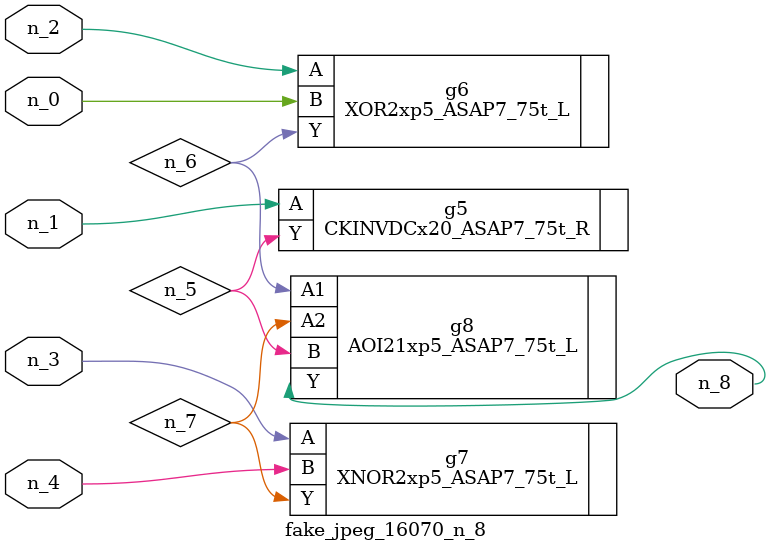
<source format=v>
module fake_jpeg_16070_n_8 (n_3, n_2, n_1, n_0, n_4, n_8);

input n_3;
input n_2;
input n_1;
input n_0;
input n_4;

output n_8;

wire n_6;
wire n_5;
wire n_7;

CKINVDCx20_ASAP7_75t_R g5 ( 
.A(n_1),
.Y(n_5)
);

XOR2xp5_ASAP7_75t_L g6 ( 
.A(n_2),
.B(n_0),
.Y(n_6)
);

XNOR2xp5_ASAP7_75t_L g7 ( 
.A(n_3),
.B(n_4),
.Y(n_7)
);

AOI21xp5_ASAP7_75t_L g8 ( 
.A1(n_6),
.A2(n_7),
.B(n_5),
.Y(n_8)
);


endmodule
</source>
